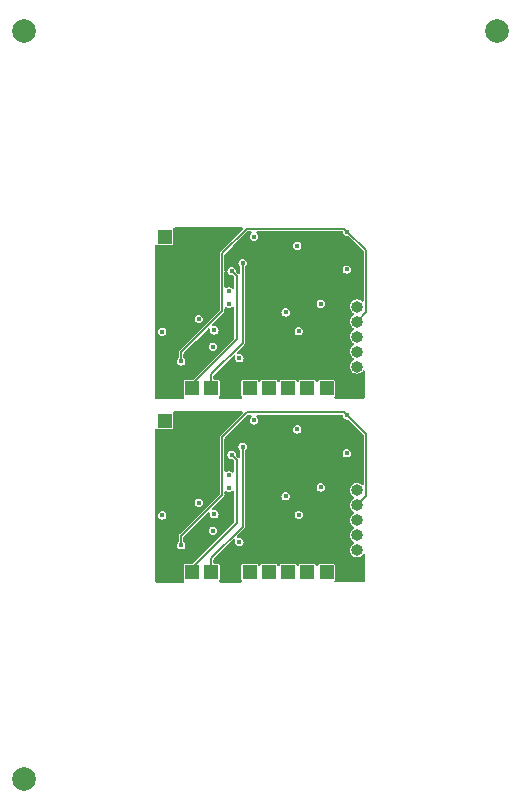
<source format=gbl>
G04 #@! TF.GenerationSoftware,KiCad,Pcbnew,7.0.2-6a45011f42~172~ubuntu22.04.1*
G04 #@! TF.CreationDate,2023-05-25T04:58:00+08:00*
G04 #@! TF.ProjectId,panel_2_1,70616e65-6c5f-4325-9f31-2e6b69636164,rev?*
G04 #@! TF.SameCoordinates,Original*
G04 #@! TF.FileFunction,Copper,L4,Bot*
G04 #@! TF.FilePolarity,Positive*
%FSLAX46Y46*%
G04 Gerber Fmt 4.6, Leading zero omitted, Abs format (unit mm)*
G04 Created by KiCad (PCBNEW 7.0.2-6a45011f42~172~ubuntu22.04.1) date 2023-05-25 04:58:00*
%MOMM*%
%LPD*%
G01*
G04 APERTURE LIST*
G04 #@! TA.AperFunction,ComponentPad*
%ADD10R,1.200000X1.200000*%
G04 #@! TD*
G04 #@! TA.AperFunction,ComponentPad*
%ADD11O,1.000000X1.000000*%
G04 #@! TD*
G04 #@! TA.AperFunction,SMDPad,CuDef*
%ADD12C,2.000000*%
G04 #@! TD*
G04 #@! TA.AperFunction,ViaPad*
%ADD13C,0.450000*%
G04 #@! TD*
G04 #@! TA.AperFunction,Conductor*
%ADD14C,0.200000*%
G04 #@! TD*
G04 APERTURE END LIST*
D10*
G04 #@! TO.P,J1,1,Pin_1*
G04 #@! TO.N,Board_1-NS_CPU*
X26925000Y-36320000D03*
G04 #@! TD*
G04 #@! TO.P,J1,1,Pin_1*
G04 #@! TO.N,Board_0-NS_CPU*
X26925000Y-20760000D03*
G04 #@! TD*
G04 #@! TO.P,J10,1,Pin_1*
G04 #@! TO.N,Board_1-+3V3*
X40595000Y-49150000D03*
G04 #@! TD*
G04 #@! TO.P,J2,1,Pin_1*
G04 #@! TO.N,Board_0-NS_RST*
X34085000Y-33590000D03*
G04 #@! TD*
G04 #@! TO.P,J3,1,Pin_1*
G04 #@! TO.N,Board_1-NS_CLK*
X35712500Y-49150000D03*
G04 #@! TD*
G04 #@! TO.P,J6,1,Pin_1*
G04 #@! TO.N,Board_0-NS_SDA*
X30835000Y-33590000D03*
G04 #@! TD*
G04 #@! TO.P,J4,1,Pin_1*
G04 #@! TO.N,Board_0-NS_CMD*
X37340000Y-33590000D03*
G04 #@! TD*
G04 #@! TO.P,J5,1,Pin_1*
G04 #@! TO.N,Board_1-NS_D0*
X38967500Y-49150000D03*
G04 #@! TD*
D11*
G04 #@! TO.P,J8,1,Pin_1*
G04 #@! TO.N,Board_1-RST*
X43159248Y-42218121D03*
G04 #@! TO.P,J8,2,Pin_2*
G04 #@! TO.N,Board_1-BOOT*
X43159248Y-43488121D03*
G04 #@! TO.P,J8,3,Pin_3*
G04 #@! TO.N,Board_1-D+*
X43159248Y-44758121D03*
G04 #@! TO.P,J8,4,Pin_4*
G04 #@! TO.N,Board_1-D-*
X43159248Y-46028121D03*
G04 #@! TO.P,J8,5,Pin_5*
G04 #@! TO.N,Board_1-+3V3*
X43159248Y-47298121D03*
G04 #@! TO.P,J8,6,Pin_6*
G04 #@! TO.N,Board_1-GND*
X43159248Y-48568121D03*
G04 #@! TD*
D10*
G04 #@! TO.P,J3,1,Pin_1*
G04 #@! TO.N,Board_0-NS_CLK*
X35712500Y-33590000D03*
G04 #@! TD*
G04 #@! TO.P,J5,1,Pin_1*
G04 #@! TO.N,Board_0-NS_D0*
X38967500Y-33590000D03*
G04 #@! TD*
D11*
G04 #@! TO.P,J8,1,Pin_1*
G04 #@! TO.N,Board_0-RST*
X43159248Y-26658121D03*
G04 #@! TO.P,J8,2,Pin_2*
G04 #@! TO.N,Board_0-BOOT*
X43159248Y-27928121D03*
G04 #@! TO.P,J8,3,Pin_3*
G04 #@! TO.N,Board_0-D+*
X43159248Y-29198121D03*
G04 #@! TO.P,J8,4,Pin_4*
G04 #@! TO.N,Board_0-D-*
X43159248Y-30468121D03*
G04 #@! TO.P,J8,5,Pin_5*
G04 #@! TO.N,Board_0-+3V3*
X43159248Y-31738121D03*
G04 #@! TO.P,J8,6,Pin_6*
G04 #@! TO.N,Board_0-GND*
X43159248Y-33008121D03*
G04 #@! TD*
D10*
G04 #@! TO.P,J7,1,Pin_1*
G04 #@! TO.N,Board_1-NS_SCL*
X29202500Y-49150000D03*
G04 #@! TD*
G04 #@! TO.P,J9,1,Pin_1*
G04 #@! TO.N,Board_0-GND*
X32457500Y-33590000D03*
G04 #@! TD*
G04 #@! TO.P,J9,1,Pin_1*
G04 #@! TO.N,Board_1-GND*
X32457500Y-49150000D03*
G04 #@! TD*
G04 #@! TO.P,J6,1,Pin_1*
G04 #@! TO.N,Board_1-NS_SDA*
X30835000Y-49150000D03*
G04 #@! TD*
G04 #@! TO.P,J4,1,Pin_1*
G04 #@! TO.N,Board_1-NS_CMD*
X37340000Y-49150000D03*
G04 #@! TD*
G04 #@! TO.P,J7,1,Pin_1*
G04 #@! TO.N,Board_0-NS_SCL*
X29202500Y-33590000D03*
G04 #@! TD*
G04 #@! TO.P,J10,1,Pin_1*
G04 #@! TO.N,Board_0-+3V3*
X40595000Y-33590000D03*
G04 #@! TD*
G04 #@! TO.P,J2,1,Pin_1*
G04 #@! TO.N,Board_1-NS_RST*
X34085000Y-49150000D03*
G04 #@! TD*
D12*
G04 #@! TO.P,REF\u002A\u002A,*
G04 #@! TO.N,*
X55000000Y-3350000D03*
G04 #@! TD*
G04 #@! TO.P,REF\u002A\u002A,*
G04 #@! TO.N,*
X15000000Y-3350000D03*
G04 #@! TD*
G04 #@! TO.P,REF\u002A\u002A,*
G04 #@! TO.N,*
X15000000Y-66650000D03*
G04 #@! TD*
D13*
G04 #@! TO.N,Board_0-+1V1*
X37135000Y-27155000D03*
X29785000Y-27710000D03*
X32345000Y-26435000D03*
G04 #@! TO.N,Board_0-+3V3*
X40105000Y-26410000D03*
X42305000Y-23520000D03*
X38250000Y-28740000D03*
X33225000Y-31030000D03*
X26675000Y-28780000D03*
X30975000Y-30070000D03*
X32335000Y-25380000D03*
X38115000Y-21500000D03*
X34450000Y-20740000D03*
G04 #@! TO.N,Board_0-BOOT*
X42365000Y-20310000D03*
X28285000Y-31310000D03*
G04 #@! TO.N,Board_0-GND*
X41435000Y-22200000D03*
X31215000Y-21860000D03*
X36245000Y-27640000D03*
G04 #@! TO.N,Board_0-NS_SCL*
X32555000Y-23650000D03*
G04 #@! TO.N,Board_0-NS_SDA*
X33495000Y-22970000D03*
G04 #@! TO.N,Board_0-RST*
X31095000Y-28680000D03*
G04 #@! TO.N,Board_1-+1V1*
X32345000Y-41995000D03*
X29785000Y-43270000D03*
X37135000Y-42715000D03*
G04 #@! TO.N,Board_1-+3V3*
X33225000Y-46590000D03*
X30975000Y-45630000D03*
X38250000Y-44300000D03*
X38115000Y-37060000D03*
X40105000Y-41970000D03*
X42305000Y-39080000D03*
X26675000Y-44340000D03*
X32335000Y-40940000D03*
X34450000Y-36300000D03*
G04 #@! TO.N,Board_1-BOOT*
X42365000Y-35870000D03*
X28285000Y-46870000D03*
G04 #@! TO.N,Board_1-GND*
X36245000Y-43200000D03*
X31215000Y-37420000D03*
X41435000Y-37760000D03*
G04 #@! TO.N,Board_1-NS_SCL*
X32555000Y-39210000D03*
G04 #@! TO.N,Board_1-NS_SDA*
X33495000Y-38530000D03*
G04 #@! TO.N,Board_1-RST*
X31095000Y-44240000D03*
G04 #@! TD*
D14*
G04 #@! TO.N,Board_0-BOOT*
X43959248Y-27128121D02*
X43959248Y-21904248D01*
X28285000Y-31310000D02*
X28285000Y-30510000D01*
X43959248Y-21904248D02*
X42365000Y-20310000D01*
X43159248Y-27928121D02*
X43959248Y-27128121D01*
X28285000Y-30510000D02*
X31765000Y-27030000D01*
X31765000Y-27030000D02*
X31765000Y-22150000D01*
X33855000Y-20060000D02*
X42115000Y-20060000D01*
X31765000Y-22150000D02*
X33855000Y-20060000D01*
X42115000Y-20060000D02*
X42365000Y-20310000D01*
G04 #@! TO.N,Board_0-NS_SCL*
X32575000Y-23650000D02*
X32975000Y-24050000D01*
X32975000Y-24050000D02*
X32975000Y-29420000D01*
X29202500Y-33192500D02*
X29202500Y-33590000D01*
X32975000Y-29420000D02*
X29202500Y-33192500D01*
X32555000Y-23650000D02*
X32575000Y-23650000D01*
G04 #@! TO.N,Board_0-NS_SDA*
X33495000Y-29730000D02*
X30835000Y-32390000D01*
X30835000Y-32390000D02*
X30835000Y-33590000D01*
X33495000Y-22970000D02*
X33495000Y-29730000D01*
G04 #@! TO.N,Board_1-BOOT*
X43959248Y-42688121D02*
X43959248Y-37464248D01*
X43959248Y-37464248D02*
X42365000Y-35870000D01*
X31765000Y-42590000D02*
X31765000Y-37710000D01*
X42115000Y-35620000D02*
X42365000Y-35870000D01*
X33855000Y-35620000D02*
X42115000Y-35620000D01*
X31765000Y-37710000D02*
X33855000Y-35620000D01*
X28285000Y-46870000D02*
X28285000Y-46070000D01*
X43159248Y-43488121D02*
X43959248Y-42688121D01*
X28285000Y-46070000D02*
X31765000Y-42590000D01*
G04 #@! TO.N,Board_1-NS_SCL*
X32975000Y-39610000D02*
X32975000Y-44980000D01*
X29202500Y-48752500D02*
X29202500Y-49150000D01*
X32555000Y-39210000D02*
X32575000Y-39210000D01*
X32975000Y-44980000D02*
X29202500Y-48752500D01*
X32575000Y-39210000D02*
X32975000Y-39610000D01*
G04 #@! TO.N,Board_1-NS_SDA*
X30835000Y-47950000D02*
X30835000Y-49150000D01*
X33495000Y-45290000D02*
X30835000Y-47950000D01*
X33495000Y-38530000D02*
X33495000Y-45290000D01*
G04 #@! TD*
G04 #@! TA.AperFunction,Conductor*
G04 #@! TO.N,Board_0-GND*
G36*
X33468230Y-19962555D02*
G01*
X33514813Y-20016133D01*
X33525036Y-20086390D01*
X33495651Y-20151020D01*
X33489383Y-20157763D01*
X31668965Y-21978181D01*
X31647779Y-21993215D01*
X31627958Y-22018069D01*
X31618556Y-22028590D01*
X31615984Y-22031161D01*
X31614051Y-22034239D01*
X31605882Y-22045752D01*
X31586063Y-22070605D01*
X31582332Y-22079614D01*
X31578772Y-22111198D01*
X31576410Y-22125104D01*
X31575600Y-22128655D01*
X31575600Y-22132286D01*
X31574808Y-22146393D01*
X31571249Y-22177980D01*
X31575600Y-22203588D01*
X31575600Y-26899357D01*
X31555598Y-26967478D01*
X31538695Y-26988452D01*
X28188965Y-30338181D01*
X28167779Y-30353215D01*
X28147958Y-30378069D01*
X28138556Y-30388590D01*
X28135984Y-30391161D01*
X28134051Y-30394239D01*
X28125882Y-30405752D01*
X28106063Y-30430605D01*
X28102332Y-30439614D01*
X28098772Y-30471198D01*
X28096410Y-30485104D01*
X28095600Y-30488655D01*
X28095600Y-30492286D01*
X28094808Y-30506393D01*
X28091249Y-30537980D01*
X28095600Y-30563588D01*
X28095600Y-30951526D01*
X28075598Y-31019647D01*
X28058696Y-31040621D01*
X27997905Y-31101412D01*
X27947500Y-31200338D01*
X27930130Y-31309999D01*
X27947500Y-31419661D01*
X27997906Y-31518589D01*
X28076410Y-31597093D01*
X28076412Y-31597094D01*
X28076413Y-31597095D01*
X28175339Y-31647500D01*
X28285000Y-31664869D01*
X28394661Y-31647500D01*
X28493587Y-31597095D01*
X28572095Y-31518587D01*
X28622500Y-31419661D01*
X28639869Y-31310000D01*
X28639843Y-31309839D01*
X28628558Y-31238587D01*
X28622500Y-31200339D01*
X28572095Y-31101413D01*
X28572094Y-31101412D01*
X28572093Y-31101410D01*
X28511305Y-31040622D01*
X28477279Y-30978310D01*
X28474400Y-30951527D01*
X28474400Y-30640641D01*
X28494402Y-30572520D01*
X28511305Y-30551546D01*
X28992852Y-30069999D01*
X30620130Y-30069999D01*
X30637500Y-30179661D01*
X30687906Y-30278589D01*
X30766410Y-30357093D01*
X30766412Y-30357094D01*
X30766413Y-30357095D01*
X30865339Y-30407500D01*
X30975000Y-30424869D01*
X31084661Y-30407500D01*
X31183587Y-30357095D01*
X31262095Y-30278587D01*
X31312500Y-30179661D01*
X31329869Y-30070000D01*
X31312500Y-29960339D01*
X31262095Y-29861413D01*
X31262094Y-29861412D01*
X31262093Y-29861410D01*
X31183589Y-29782906D01*
X31084661Y-29732500D01*
X30975000Y-29715130D01*
X30865338Y-29732500D01*
X30766410Y-29782906D01*
X30687906Y-29861410D01*
X30637500Y-29960338D01*
X30620130Y-30069999D01*
X28992852Y-30069999D01*
X29518749Y-29544102D01*
X30533162Y-28529688D01*
X30595472Y-28495665D01*
X30666287Y-28500729D01*
X30723123Y-28543276D01*
X30747934Y-28609796D01*
X30746704Y-28638495D01*
X30740130Y-28679998D01*
X30757500Y-28789661D01*
X30807906Y-28888589D01*
X30886410Y-28967093D01*
X30886412Y-28967094D01*
X30886413Y-28967095D01*
X30985339Y-29017500D01*
X31095000Y-29034869D01*
X31204661Y-29017500D01*
X31303587Y-28967095D01*
X31382095Y-28888587D01*
X31432500Y-28789661D01*
X31449869Y-28680000D01*
X31432500Y-28570339D01*
X31382095Y-28471413D01*
X31382094Y-28471412D01*
X31382093Y-28471410D01*
X31303589Y-28392906D01*
X31204661Y-28342500D01*
X31094998Y-28325130D01*
X31053495Y-28331704D01*
X30983084Y-28322604D01*
X30928770Y-28276882D01*
X30907798Y-28209053D01*
X30926826Y-28140654D01*
X30944686Y-28118164D01*
X31861031Y-27201819D01*
X31882216Y-27186788D01*
X31886123Y-27181888D01*
X31886126Y-27181887D01*
X31902038Y-27161933D01*
X31911450Y-27151401D01*
X31914016Y-27148836D01*
X31915944Y-27145766D01*
X31924125Y-27134237D01*
X31943944Y-27109386D01*
X31947665Y-27100401D01*
X31948367Y-27094166D01*
X31948369Y-27094164D01*
X31951227Y-27068796D01*
X31953591Y-27054884D01*
X31954400Y-27051341D01*
X31954400Y-27047713D01*
X31955192Y-27033605D01*
X31958049Y-27008249D01*
X31958048Y-27008247D01*
X31958750Y-27002020D01*
X31954400Y-26976412D01*
X31954400Y-26834968D01*
X31974402Y-26766847D01*
X32028058Y-26720354D01*
X32098332Y-26710250D01*
X32137601Y-26722700D01*
X32235339Y-26772500D01*
X32327629Y-26787117D01*
X32344999Y-26789869D01*
X32344999Y-26789868D01*
X32345000Y-26789869D01*
X32454661Y-26772500D01*
X32553587Y-26722095D01*
X32556918Y-26718764D01*
X32570505Y-26705178D01*
X32632817Y-26671152D01*
X32703632Y-26676217D01*
X32760468Y-26718764D01*
X32785279Y-26785284D01*
X32785600Y-26794273D01*
X32785600Y-29289357D01*
X32765598Y-29357478D01*
X32748695Y-29378452D01*
X29274551Y-32852595D01*
X29212239Y-32886621D01*
X29185456Y-32889500D01*
X28592602Y-32889500D01*
X28563287Y-32895331D01*
X28530043Y-32917543D01*
X28507830Y-32950787D01*
X28502000Y-32980100D01*
X28502000Y-34199897D01*
X28506671Y-34223382D01*
X28507831Y-34229213D01*
X28530043Y-34262457D01*
X28530044Y-34262457D01*
X28538429Y-34275007D01*
X28559643Y-34342760D01*
X28540859Y-34411227D01*
X28488041Y-34458670D01*
X28433875Y-34471008D01*
X26191342Y-34474787D01*
X26123188Y-34454900D01*
X26076605Y-34401322D01*
X26065130Y-34348659D01*
X26070855Y-28806987D01*
X26078054Y-28782561D01*
X26075694Y-28777191D01*
X26319010Y-28777191D01*
X26321304Y-28787407D01*
X26337500Y-28889661D01*
X26387906Y-28988589D01*
X26466410Y-29067093D01*
X26466412Y-29067094D01*
X26466413Y-29067095D01*
X26565339Y-29117500D01*
X26657629Y-29132117D01*
X26674999Y-29134869D01*
X26674999Y-29134868D01*
X26675000Y-29134869D01*
X26784661Y-29117500D01*
X26883587Y-29067095D01*
X26962095Y-28988587D01*
X27012500Y-28889661D01*
X27029869Y-28780000D01*
X27029413Y-28777124D01*
X27023533Y-28739999D01*
X27012500Y-28670339D01*
X26962095Y-28571413D01*
X26962094Y-28571412D01*
X26962093Y-28571410D01*
X26883589Y-28492906D01*
X26784661Y-28442500D01*
X26675000Y-28425130D01*
X26565338Y-28442500D01*
X26466410Y-28492906D01*
X26387906Y-28571410D01*
X26337500Y-28670338D01*
X26321360Y-28772236D01*
X26319010Y-28777191D01*
X26075694Y-28777191D01*
X26071950Y-28768672D01*
X26070911Y-28752406D01*
X26071988Y-27709999D01*
X29430130Y-27709999D01*
X29447500Y-27819661D01*
X29497906Y-27918589D01*
X29576410Y-27997093D01*
X29576412Y-27997094D01*
X29576413Y-27997095D01*
X29675339Y-28047500D01*
X29785000Y-28064869D01*
X29894661Y-28047500D01*
X29993587Y-27997095D01*
X30072095Y-27918587D01*
X30122500Y-27819661D01*
X30139869Y-27710000D01*
X30122500Y-27600339D01*
X30072095Y-27501413D01*
X30072094Y-27501412D01*
X30072093Y-27501410D01*
X29993589Y-27422906D01*
X29894661Y-27372500D01*
X29785000Y-27355130D01*
X29675338Y-27372500D01*
X29576410Y-27422906D01*
X29497906Y-27501410D01*
X29447500Y-27600338D01*
X29430130Y-27709999D01*
X26071988Y-27709999D01*
X26078350Y-21551662D01*
X26098422Y-21483564D01*
X26152126Y-21437126D01*
X26222411Y-21427095D01*
X26274350Y-21447027D01*
X26285787Y-21454669D01*
X26315101Y-21460500D01*
X27534898Y-21460499D01*
X27564213Y-21454669D01*
X27597457Y-21432457D01*
X27619669Y-21399213D01*
X27625500Y-21369899D01*
X27625499Y-20150102D01*
X27619669Y-20120787D01*
X27619668Y-20120786D01*
X27616088Y-20102781D01*
X27622419Y-20032067D01*
X27665975Y-19976001D01*
X27732929Y-19952384D01*
X27739427Y-19952204D01*
X33400081Y-19942669D01*
X33468230Y-19962555D01*
G37*
G04 #@! TD.AperFunction*
G04 #@! TA.AperFunction,Conductor*
G36*
X34208848Y-20269402D02*
G01*
X34255341Y-20323058D01*
X34265445Y-20393332D01*
X34235951Y-20457912D01*
X34229822Y-20464495D01*
X34162906Y-20531410D01*
X34112500Y-20630338D01*
X34095130Y-20739999D01*
X34112500Y-20849661D01*
X34162906Y-20948589D01*
X34241410Y-21027093D01*
X34241412Y-21027094D01*
X34241413Y-21027095D01*
X34340339Y-21077500D01*
X34450000Y-21094869D01*
X34559661Y-21077500D01*
X34658587Y-21027095D01*
X34737095Y-20948587D01*
X34787500Y-20849661D01*
X34804869Y-20740000D01*
X34787500Y-20630339D01*
X34737095Y-20531413D01*
X34737094Y-20531412D01*
X34737093Y-20531410D01*
X34670178Y-20464495D01*
X34636152Y-20402183D01*
X34641217Y-20331368D01*
X34683764Y-20274532D01*
X34750284Y-20249721D01*
X34759273Y-20249400D01*
X41892919Y-20249400D01*
X41961040Y-20269402D01*
X42007533Y-20323058D01*
X42017368Y-20355689D01*
X42027500Y-20419661D01*
X42077906Y-20518589D01*
X42156410Y-20597093D01*
X42156412Y-20597094D01*
X42156413Y-20597095D01*
X42255339Y-20647500D01*
X42365000Y-20664869D01*
X42365001Y-20664868D01*
X42365002Y-20664869D01*
X42376709Y-20663015D01*
X42447120Y-20672113D01*
X42485516Y-20698368D01*
X43732943Y-21945795D01*
X43766969Y-22008107D01*
X43769848Y-22034890D01*
X43769848Y-26114234D01*
X43749846Y-26182355D01*
X43696190Y-26228848D01*
X43625916Y-26238952D01*
X43567144Y-26214196D01*
X43462090Y-26133585D01*
X43316009Y-26073076D01*
X43159248Y-26052439D01*
X43002486Y-26073076D01*
X42856405Y-26133585D01*
X42730965Y-26229838D01*
X42634712Y-26355278D01*
X42574203Y-26501359D01*
X42553566Y-26658121D01*
X42574203Y-26814882D01*
X42634712Y-26960963D01*
X42730965Y-27086403D01*
X42869567Y-27192756D01*
X42866662Y-27196541D01*
X42897358Y-27221295D01*
X42919756Y-27288666D01*
X42902175Y-27357452D01*
X42867016Y-27390162D01*
X42869567Y-27393486D01*
X42730965Y-27499838D01*
X42634712Y-27625278D01*
X42574203Y-27771359D01*
X42553566Y-27928121D01*
X42574203Y-28084882D01*
X42634712Y-28230963D01*
X42730965Y-28356403D01*
X42869567Y-28462756D01*
X42866660Y-28466543D01*
X42897295Y-28491203D01*
X42919752Y-28558555D01*
X42902232Y-28627355D01*
X42867023Y-28660171D01*
X42869567Y-28663486D01*
X42730965Y-28769838D01*
X42634712Y-28895278D01*
X42574203Y-29041359D01*
X42553566Y-29198121D01*
X42574203Y-29354882D01*
X42634712Y-29500963D01*
X42730965Y-29626403D01*
X42869567Y-29732756D01*
X42866662Y-29736541D01*
X42897358Y-29761295D01*
X42919756Y-29828666D01*
X42902175Y-29897452D01*
X42867016Y-29930162D01*
X42869567Y-29933486D01*
X42730965Y-30039838D01*
X42634712Y-30165278D01*
X42574203Y-30311359D01*
X42553566Y-30468120D01*
X42574203Y-30624882D01*
X42634712Y-30770963D01*
X42730965Y-30896403D01*
X42869567Y-31002756D01*
X42866660Y-31006543D01*
X42897295Y-31031203D01*
X42919752Y-31098555D01*
X42902232Y-31167355D01*
X42867023Y-31200171D01*
X42869567Y-31203486D01*
X42730965Y-31309838D01*
X42634712Y-31435278D01*
X42574203Y-31581359D01*
X42553566Y-31738121D01*
X42574203Y-31894882D01*
X42634712Y-32040963D01*
X42730965Y-32166403D01*
X42856405Y-32262656D01*
X42856406Y-32262656D01*
X42856407Y-32262657D01*
X43002486Y-32323165D01*
X43159248Y-32343803D01*
X43316010Y-32323165D01*
X43462089Y-32262657D01*
X43587530Y-32166403D01*
X43647178Y-32088666D01*
X43704514Y-32046802D01*
X43775385Y-32042580D01*
X43837288Y-32077344D01*
X43870569Y-32140056D01*
X43873139Y-32165547D01*
X43870173Y-34319385D01*
X43850077Y-34387478D01*
X43796357Y-34433897D01*
X43744385Y-34445211D01*
X41378621Y-34449197D01*
X41310467Y-34429310D01*
X41263884Y-34375732D01*
X41253661Y-34305475D01*
X41273643Y-34253197D01*
X41289669Y-34229213D01*
X41295500Y-34199899D01*
X41295499Y-32980102D01*
X41289669Y-32950787D01*
X41267457Y-32917543D01*
X41234213Y-32895331D01*
X41234212Y-32895330D01*
X41204899Y-32889500D01*
X39985102Y-32889500D01*
X39955787Y-32895331D01*
X39922543Y-32917543D01*
X39886407Y-32971626D01*
X39883212Y-32969491D01*
X39871907Y-32991095D01*
X39810206Y-33026217D01*
X39739312Y-33022405D01*
X39681733Y-32980870D01*
X39677182Y-32970900D01*
X39676094Y-32971628D01*
X39662169Y-32950787D01*
X39639957Y-32917543D01*
X39606713Y-32895331D01*
X39606712Y-32895330D01*
X39577399Y-32889500D01*
X38357602Y-32889500D01*
X38328287Y-32895331D01*
X38295043Y-32917543D01*
X38258907Y-32971626D01*
X38255712Y-32969491D01*
X38244407Y-32991095D01*
X38182706Y-33026217D01*
X38111812Y-33022405D01*
X38054233Y-32980870D01*
X38049682Y-32970900D01*
X38048594Y-32971628D01*
X38034669Y-32950787D01*
X38012457Y-32917543D01*
X37979213Y-32895331D01*
X37979212Y-32895330D01*
X37949899Y-32889500D01*
X36730102Y-32889500D01*
X36700787Y-32895331D01*
X36667543Y-32917543D01*
X36631407Y-32971626D01*
X36628212Y-32969491D01*
X36616907Y-32991095D01*
X36555206Y-33026217D01*
X36484312Y-33022405D01*
X36426733Y-32980870D01*
X36422182Y-32970900D01*
X36421094Y-32971628D01*
X36407169Y-32950787D01*
X36384957Y-32917543D01*
X36351713Y-32895331D01*
X36351712Y-32895330D01*
X36322399Y-32889500D01*
X35102602Y-32889500D01*
X35073287Y-32895331D01*
X35040043Y-32917543D01*
X35003907Y-32971626D01*
X35000712Y-32969491D01*
X34989407Y-32991095D01*
X34927706Y-33026217D01*
X34856812Y-33022405D01*
X34799233Y-32980870D01*
X34794682Y-32970900D01*
X34793594Y-32971628D01*
X34779669Y-32950787D01*
X34757457Y-32917543D01*
X34724213Y-32895331D01*
X34724212Y-32895330D01*
X34694899Y-32889500D01*
X33475102Y-32889500D01*
X33445787Y-32895331D01*
X33412543Y-32917543D01*
X33390330Y-32950787D01*
X33384500Y-32980100D01*
X33384500Y-34199897D01*
X33389171Y-34223381D01*
X33390331Y-34229213D01*
X33406354Y-34253194D01*
X33415439Y-34266791D01*
X33436652Y-34334544D01*
X33417868Y-34403011D01*
X33365049Y-34450453D01*
X33310884Y-34462791D01*
X31607621Y-34465661D01*
X31539467Y-34445774D01*
X31492884Y-34392196D01*
X31482661Y-34321940D01*
X31502644Y-34269659D01*
X31507455Y-34262458D01*
X31507457Y-34262457D01*
X31529669Y-34229213D01*
X31535500Y-34199899D01*
X31535499Y-32980102D01*
X31529669Y-32950787D01*
X31507457Y-32917543D01*
X31474213Y-32895331D01*
X31474212Y-32895330D01*
X31444900Y-32889500D01*
X31444899Y-32889500D01*
X31150400Y-32889500D01*
X31082279Y-32869498D01*
X31035786Y-32815842D01*
X31024400Y-32763500D01*
X31024400Y-32520640D01*
X31044402Y-32452519D01*
X31061300Y-32431550D01*
X32672572Y-30820278D01*
X32734882Y-30786254D01*
X32805697Y-30791319D01*
X32862533Y-30833866D01*
X32887344Y-30900386D01*
X32886114Y-30929086D01*
X32870130Y-31029999D01*
X32887500Y-31139661D01*
X32937906Y-31238589D01*
X33016410Y-31317093D01*
X33016412Y-31317094D01*
X33016413Y-31317095D01*
X33115339Y-31367500D01*
X33225000Y-31384869D01*
X33334661Y-31367500D01*
X33433587Y-31317095D01*
X33512095Y-31238587D01*
X33562500Y-31139661D01*
X33579869Y-31030000D01*
X33562500Y-30920339D01*
X33512095Y-30821413D01*
X33512094Y-30821412D01*
X33512093Y-30821410D01*
X33433589Y-30742906D01*
X33334661Y-30692500D01*
X33224999Y-30675130D01*
X33124086Y-30691114D01*
X33053675Y-30682014D01*
X32999361Y-30636292D01*
X32978388Y-30568464D01*
X32997415Y-30500065D01*
X33015276Y-30477574D01*
X33591031Y-29901819D01*
X33612216Y-29886788D01*
X33616123Y-29881888D01*
X33616126Y-29881887D01*
X33632038Y-29861933D01*
X33641450Y-29851401D01*
X33644016Y-29848836D01*
X33645944Y-29845766D01*
X33654125Y-29834237D01*
X33673944Y-29809386D01*
X33677665Y-29800401D01*
X33678367Y-29794166D01*
X33678369Y-29794164D01*
X33681227Y-29768796D01*
X33683591Y-29754884D01*
X33684400Y-29751341D01*
X33684400Y-29747713D01*
X33685192Y-29733605D01*
X33685288Y-29732756D01*
X33688049Y-29708249D01*
X33688048Y-29708247D01*
X33688750Y-29702020D01*
X33684400Y-29676412D01*
X33684400Y-28739999D01*
X37895130Y-28739999D01*
X37912500Y-28849661D01*
X37962906Y-28948589D01*
X38041410Y-29027093D01*
X38041412Y-29027094D01*
X38041413Y-29027095D01*
X38140339Y-29077500D01*
X38250000Y-29094869D01*
X38359661Y-29077500D01*
X38458587Y-29027095D01*
X38537095Y-28948587D01*
X38587500Y-28849661D01*
X38604869Y-28740000D01*
X38587500Y-28630339D01*
X38537095Y-28531413D01*
X38537094Y-28531412D01*
X38537093Y-28531410D01*
X38458589Y-28452906D01*
X38359661Y-28402500D01*
X38250000Y-28385130D01*
X38140338Y-28402500D01*
X38041410Y-28452906D01*
X37962906Y-28531410D01*
X37912500Y-28630338D01*
X37895130Y-28739999D01*
X33684400Y-28739999D01*
X33684400Y-27155000D01*
X36780130Y-27155000D01*
X36797500Y-27264661D01*
X36847906Y-27363589D01*
X36926410Y-27442093D01*
X36926412Y-27442094D01*
X36926413Y-27442095D01*
X37025339Y-27492500D01*
X37135000Y-27509869D01*
X37244661Y-27492500D01*
X37343587Y-27442095D01*
X37422095Y-27363587D01*
X37472500Y-27264661D01*
X37489869Y-27155000D01*
X37472500Y-27045339D01*
X37422095Y-26946413D01*
X37422094Y-26946412D01*
X37422093Y-26946410D01*
X37343589Y-26867906D01*
X37244661Y-26817500D01*
X37135000Y-26800130D01*
X37025338Y-26817500D01*
X36926410Y-26867906D01*
X36847906Y-26946410D01*
X36797500Y-27045338D01*
X36780130Y-27155000D01*
X33684400Y-27155000D01*
X33684400Y-26410000D01*
X39750130Y-26410000D01*
X39767500Y-26519661D01*
X39817906Y-26618589D01*
X39896410Y-26697093D01*
X39896412Y-26697094D01*
X39896413Y-26697095D01*
X39995339Y-26747500D01*
X40087629Y-26762117D01*
X40104999Y-26764869D01*
X40104999Y-26764868D01*
X40105000Y-26764869D01*
X40214661Y-26747500D01*
X40313587Y-26697095D01*
X40392095Y-26618587D01*
X40442500Y-26519661D01*
X40459869Y-26410000D01*
X40442500Y-26300339D01*
X40392095Y-26201413D01*
X40392094Y-26201412D01*
X40392093Y-26201410D01*
X40313589Y-26122906D01*
X40214661Y-26072500D01*
X40104999Y-26055130D01*
X39995338Y-26072500D01*
X39896410Y-26122906D01*
X39817906Y-26201410D01*
X39767500Y-26300338D01*
X39750130Y-26410000D01*
X33684400Y-26410000D01*
X33684400Y-23520000D01*
X41950130Y-23520000D01*
X41967500Y-23629661D01*
X42017906Y-23728589D01*
X42096410Y-23807093D01*
X42096412Y-23807094D01*
X42096413Y-23807095D01*
X42195339Y-23857500D01*
X42305000Y-23874869D01*
X42414661Y-23857500D01*
X42513587Y-23807095D01*
X42592095Y-23728587D01*
X42642500Y-23629661D01*
X42659869Y-23520000D01*
X42642500Y-23410339D01*
X42592095Y-23311413D01*
X42592094Y-23311412D01*
X42592093Y-23311410D01*
X42513589Y-23232906D01*
X42414661Y-23182500D01*
X42305000Y-23165130D01*
X42195338Y-23182500D01*
X42096410Y-23232906D01*
X42017906Y-23311410D01*
X41967500Y-23410338D01*
X41950130Y-23520000D01*
X33684400Y-23520000D01*
X33684400Y-23328473D01*
X33704402Y-23260352D01*
X33721305Y-23239378D01*
X33782093Y-23178589D01*
X33782095Y-23178587D01*
X33832500Y-23079661D01*
X33849869Y-22970000D01*
X33832500Y-22860339D01*
X33782095Y-22761413D01*
X33782094Y-22761412D01*
X33782093Y-22761410D01*
X33703589Y-22682906D01*
X33604661Y-22632500D01*
X33495000Y-22615130D01*
X33385338Y-22632500D01*
X33286410Y-22682906D01*
X33207906Y-22761410D01*
X33157500Y-22860338D01*
X33140130Y-22969999D01*
X33157500Y-23079661D01*
X33207906Y-23178589D01*
X33268695Y-23239378D01*
X33302721Y-23301690D01*
X33305600Y-23328473D01*
X33305600Y-23800697D01*
X33285598Y-23868818D01*
X33231942Y-23915311D01*
X33161668Y-23925415D01*
X33123326Y-23907904D01*
X33122033Y-23910590D01*
X33105452Y-23902604D01*
X33071032Y-23878180D01*
X32946102Y-23753250D01*
X32912076Y-23690938D01*
X32911137Y-23658006D01*
X32909617Y-23648412D01*
X32892500Y-23540339D01*
X32842095Y-23441413D01*
X32842094Y-23441412D01*
X32842093Y-23441410D01*
X32763589Y-23362906D01*
X32664661Y-23312500D01*
X32554999Y-23295130D01*
X32445338Y-23312500D01*
X32346410Y-23362906D01*
X32267906Y-23441410D01*
X32217500Y-23540338D01*
X32204849Y-23620212D01*
X32191394Y-23648593D01*
X32201296Y-23664000D01*
X32204849Y-23679787D01*
X32217500Y-23759661D01*
X32267906Y-23858589D01*
X32346410Y-23937093D01*
X32346412Y-23937094D01*
X32346413Y-23937095D01*
X32445339Y-23987500D01*
X32555000Y-24004869D01*
X32555000Y-24004868D01*
X32555001Y-24004869D01*
X32583973Y-24000280D01*
X32654384Y-24009378D01*
X32692781Y-24035633D01*
X32748695Y-24091547D01*
X32782721Y-24153859D01*
X32785600Y-24180642D01*
X32785600Y-25030726D01*
X32765598Y-25098847D01*
X32711942Y-25145340D01*
X32641668Y-25155444D01*
X32577088Y-25125950D01*
X32570506Y-25119823D01*
X32543587Y-25092905D01*
X32444661Y-25042500D01*
X32335000Y-25025130D01*
X32225336Y-25042500D01*
X32137602Y-25087203D01*
X32067825Y-25100307D01*
X32002041Y-25073606D01*
X31961135Y-25015579D01*
X31954400Y-24974936D01*
X31954400Y-23699498D01*
X31969400Y-23648412D01*
X31955439Y-23616649D01*
X31954400Y-23600501D01*
X31954400Y-22280642D01*
X31974402Y-22212521D01*
X31991305Y-22191547D01*
X32682852Y-21500000D01*
X37760130Y-21500000D01*
X37777500Y-21609661D01*
X37827906Y-21708589D01*
X37906410Y-21787093D01*
X37906412Y-21787094D01*
X37906413Y-21787095D01*
X38005339Y-21837500D01*
X38097629Y-21852117D01*
X38114999Y-21854869D01*
X38114999Y-21854868D01*
X38115000Y-21854869D01*
X38224661Y-21837500D01*
X38323587Y-21787095D01*
X38402095Y-21708587D01*
X38452500Y-21609661D01*
X38469869Y-21500000D01*
X38452500Y-21390339D01*
X38402095Y-21291413D01*
X38402094Y-21291412D01*
X38402093Y-21291410D01*
X38323589Y-21212906D01*
X38224661Y-21162500D01*
X38115000Y-21145130D01*
X38005338Y-21162500D01*
X37906410Y-21212906D01*
X37827906Y-21291410D01*
X37777500Y-21390338D01*
X37760130Y-21500000D01*
X32682852Y-21500000D01*
X33896547Y-20286305D01*
X33958859Y-20252279D01*
X33985642Y-20249400D01*
X34140727Y-20249400D01*
X34208848Y-20269402D01*
G37*
G04 #@! TD.AperFunction*
G04 #@! TD*
G04 #@! TA.AperFunction,Conductor*
G04 #@! TO.N,Board_1-GND*
G36*
X33468230Y-35522555D02*
G01*
X33514813Y-35576133D01*
X33525036Y-35646390D01*
X33495651Y-35711020D01*
X33489383Y-35717763D01*
X31668965Y-37538181D01*
X31647779Y-37553215D01*
X31627958Y-37578069D01*
X31618556Y-37588590D01*
X31615984Y-37591161D01*
X31614051Y-37594239D01*
X31605882Y-37605752D01*
X31586063Y-37630605D01*
X31582332Y-37639614D01*
X31578772Y-37671198D01*
X31576410Y-37685104D01*
X31575600Y-37688655D01*
X31575600Y-37692286D01*
X31574808Y-37706393D01*
X31571249Y-37737980D01*
X31575600Y-37763588D01*
X31575600Y-42459357D01*
X31555598Y-42527478D01*
X31538695Y-42548452D01*
X28188965Y-45898181D01*
X28167779Y-45913215D01*
X28147958Y-45938069D01*
X28138556Y-45948590D01*
X28135984Y-45951161D01*
X28134051Y-45954239D01*
X28125882Y-45965752D01*
X28106063Y-45990605D01*
X28102332Y-45999614D01*
X28098772Y-46031198D01*
X28096410Y-46045104D01*
X28095600Y-46048655D01*
X28095600Y-46052286D01*
X28094808Y-46066393D01*
X28091249Y-46097980D01*
X28095600Y-46123588D01*
X28095600Y-46511526D01*
X28075598Y-46579647D01*
X28058696Y-46600621D01*
X27997905Y-46661412D01*
X27947500Y-46760338D01*
X27930130Y-46869999D01*
X27947500Y-46979661D01*
X27997906Y-47078589D01*
X28076410Y-47157093D01*
X28076412Y-47157094D01*
X28076413Y-47157095D01*
X28175339Y-47207500D01*
X28285000Y-47224869D01*
X28394661Y-47207500D01*
X28493587Y-47157095D01*
X28572095Y-47078587D01*
X28622500Y-46979661D01*
X28639869Y-46870000D01*
X28639843Y-46869839D01*
X28628558Y-46798587D01*
X28622500Y-46760339D01*
X28572095Y-46661413D01*
X28572094Y-46661412D01*
X28572093Y-46661410D01*
X28511305Y-46600622D01*
X28477279Y-46538310D01*
X28474400Y-46511527D01*
X28474400Y-46200641D01*
X28494402Y-46132520D01*
X28511305Y-46111546D01*
X28992852Y-45629999D01*
X30620130Y-45629999D01*
X30637500Y-45739661D01*
X30687906Y-45838589D01*
X30766410Y-45917093D01*
X30766412Y-45917094D01*
X30766413Y-45917095D01*
X30865339Y-45967500D01*
X30975000Y-45984869D01*
X31084661Y-45967500D01*
X31183587Y-45917095D01*
X31262095Y-45838587D01*
X31312500Y-45739661D01*
X31329869Y-45630000D01*
X31312500Y-45520339D01*
X31262095Y-45421413D01*
X31262094Y-45421412D01*
X31262093Y-45421410D01*
X31183589Y-45342906D01*
X31084661Y-45292500D01*
X30975000Y-45275130D01*
X30865338Y-45292500D01*
X30766410Y-45342906D01*
X30687906Y-45421410D01*
X30637500Y-45520338D01*
X30620130Y-45629999D01*
X28992852Y-45629999D01*
X29518749Y-45104102D01*
X30533162Y-44089688D01*
X30595472Y-44055665D01*
X30666287Y-44060729D01*
X30723123Y-44103276D01*
X30747934Y-44169796D01*
X30746704Y-44198495D01*
X30740130Y-44239998D01*
X30757500Y-44349661D01*
X30807906Y-44448589D01*
X30886410Y-44527093D01*
X30886412Y-44527094D01*
X30886413Y-44527095D01*
X30985339Y-44577500D01*
X31095000Y-44594869D01*
X31204661Y-44577500D01*
X31303587Y-44527095D01*
X31382095Y-44448587D01*
X31432500Y-44349661D01*
X31449869Y-44240000D01*
X31432500Y-44130339D01*
X31382095Y-44031413D01*
X31382094Y-44031412D01*
X31382093Y-44031410D01*
X31303589Y-43952906D01*
X31204661Y-43902500D01*
X31094998Y-43885130D01*
X31053495Y-43891704D01*
X30983084Y-43882604D01*
X30928770Y-43836882D01*
X30907798Y-43769053D01*
X30926826Y-43700654D01*
X30944686Y-43678164D01*
X31861031Y-42761819D01*
X31882216Y-42746788D01*
X31886123Y-42741888D01*
X31886126Y-42741887D01*
X31902038Y-42721933D01*
X31911450Y-42711401D01*
X31914016Y-42708836D01*
X31915944Y-42705766D01*
X31924125Y-42694237D01*
X31943944Y-42669386D01*
X31947665Y-42660401D01*
X31948367Y-42654166D01*
X31948369Y-42654164D01*
X31951227Y-42628796D01*
X31953591Y-42614884D01*
X31954400Y-42611341D01*
X31954400Y-42607713D01*
X31955192Y-42593605D01*
X31958049Y-42568249D01*
X31958048Y-42568247D01*
X31958750Y-42562020D01*
X31954400Y-42536412D01*
X31954400Y-42394968D01*
X31974402Y-42326847D01*
X32028058Y-42280354D01*
X32098332Y-42270250D01*
X32137601Y-42282700D01*
X32235339Y-42332500D01*
X32327629Y-42347117D01*
X32344999Y-42349869D01*
X32344999Y-42349868D01*
X32345000Y-42349869D01*
X32454661Y-42332500D01*
X32553587Y-42282095D01*
X32556918Y-42278764D01*
X32570505Y-42265178D01*
X32632817Y-42231152D01*
X32703632Y-42236217D01*
X32760468Y-42278764D01*
X32785279Y-42345284D01*
X32785600Y-42354273D01*
X32785600Y-44849357D01*
X32765598Y-44917478D01*
X32748695Y-44938452D01*
X29274551Y-48412595D01*
X29212239Y-48446621D01*
X29185456Y-48449500D01*
X28592602Y-48449500D01*
X28563287Y-48455331D01*
X28530043Y-48477543D01*
X28507830Y-48510787D01*
X28502000Y-48540100D01*
X28502000Y-49759897D01*
X28506671Y-49783382D01*
X28507831Y-49789213D01*
X28530043Y-49822457D01*
X28530044Y-49822457D01*
X28538429Y-49835007D01*
X28559643Y-49902760D01*
X28540859Y-49971227D01*
X28488041Y-50018670D01*
X28433875Y-50031008D01*
X26191342Y-50034787D01*
X26123188Y-50014900D01*
X26076605Y-49961322D01*
X26065130Y-49908659D01*
X26070855Y-44366987D01*
X26078054Y-44342561D01*
X26075694Y-44337191D01*
X26319010Y-44337191D01*
X26321304Y-44347407D01*
X26337500Y-44449661D01*
X26387906Y-44548589D01*
X26466410Y-44627093D01*
X26466412Y-44627094D01*
X26466413Y-44627095D01*
X26565339Y-44677500D01*
X26657629Y-44692117D01*
X26674999Y-44694869D01*
X26674999Y-44694868D01*
X26675000Y-44694869D01*
X26784661Y-44677500D01*
X26883587Y-44627095D01*
X26962095Y-44548587D01*
X27012500Y-44449661D01*
X27029869Y-44340000D01*
X27029413Y-44337124D01*
X27023533Y-44299999D01*
X27012500Y-44230339D01*
X26962095Y-44131413D01*
X26962094Y-44131412D01*
X26962093Y-44131410D01*
X26883589Y-44052906D01*
X26784661Y-44002500D01*
X26675000Y-43985130D01*
X26565338Y-44002500D01*
X26466410Y-44052906D01*
X26387906Y-44131410D01*
X26337500Y-44230338D01*
X26321360Y-44332236D01*
X26319010Y-44337191D01*
X26075694Y-44337191D01*
X26071950Y-44328672D01*
X26070911Y-44312406D01*
X26071988Y-43269999D01*
X29430130Y-43269999D01*
X29447500Y-43379661D01*
X29497906Y-43478589D01*
X29576410Y-43557093D01*
X29576412Y-43557094D01*
X29576413Y-43557095D01*
X29675339Y-43607500D01*
X29785000Y-43624869D01*
X29894661Y-43607500D01*
X29993587Y-43557095D01*
X30072095Y-43478587D01*
X30122500Y-43379661D01*
X30139869Y-43270000D01*
X30122500Y-43160339D01*
X30072095Y-43061413D01*
X30072094Y-43061412D01*
X30072093Y-43061410D01*
X29993589Y-42982906D01*
X29894661Y-42932500D01*
X29785000Y-42915130D01*
X29675338Y-42932500D01*
X29576410Y-42982906D01*
X29497906Y-43061410D01*
X29447500Y-43160338D01*
X29430130Y-43269999D01*
X26071988Y-43269999D01*
X26078350Y-37111662D01*
X26098422Y-37043564D01*
X26152126Y-36997126D01*
X26222411Y-36987095D01*
X26274350Y-37007027D01*
X26285787Y-37014669D01*
X26315101Y-37020500D01*
X27534898Y-37020499D01*
X27564213Y-37014669D01*
X27597457Y-36992457D01*
X27619669Y-36959213D01*
X27625500Y-36929899D01*
X27625499Y-35710102D01*
X27619669Y-35680787D01*
X27619668Y-35680786D01*
X27616088Y-35662781D01*
X27622419Y-35592067D01*
X27665975Y-35536001D01*
X27732929Y-35512384D01*
X27739427Y-35512204D01*
X33400081Y-35502669D01*
X33468230Y-35522555D01*
G37*
G04 #@! TD.AperFunction*
G04 #@! TA.AperFunction,Conductor*
G36*
X34208848Y-35829402D02*
G01*
X34255341Y-35883058D01*
X34265445Y-35953332D01*
X34235951Y-36017912D01*
X34229822Y-36024495D01*
X34162906Y-36091410D01*
X34112500Y-36190338D01*
X34095130Y-36299999D01*
X34112500Y-36409661D01*
X34162906Y-36508589D01*
X34241410Y-36587093D01*
X34241412Y-36587094D01*
X34241413Y-36587095D01*
X34340339Y-36637500D01*
X34450000Y-36654869D01*
X34559661Y-36637500D01*
X34658587Y-36587095D01*
X34737095Y-36508587D01*
X34787500Y-36409661D01*
X34804869Y-36300000D01*
X34787500Y-36190339D01*
X34737095Y-36091413D01*
X34737094Y-36091412D01*
X34737093Y-36091410D01*
X34670178Y-36024495D01*
X34636152Y-35962183D01*
X34641217Y-35891368D01*
X34683764Y-35834532D01*
X34750284Y-35809721D01*
X34759273Y-35809400D01*
X41892919Y-35809400D01*
X41961040Y-35829402D01*
X42007533Y-35883058D01*
X42017368Y-35915689D01*
X42027500Y-35979661D01*
X42077906Y-36078589D01*
X42156410Y-36157093D01*
X42156412Y-36157094D01*
X42156413Y-36157095D01*
X42255339Y-36207500D01*
X42365000Y-36224869D01*
X42365001Y-36224868D01*
X42365002Y-36224869D01*
X42376709Y-36223015D01*
X42447120Y-36232113D01*
X42485516Y-36258368D01*
X43732943Y-37505795D01*
X43766969Y-37568107D01*
X43769848Y-37594890D01*
X43769848Y-41674234D01*
X43749846Y-41742355D01*
X43696190Y-41788848D01*
X43625916Y-41798952D01*
X43567144Y-41774196D01*
X43462090Y-41693585D01*
X43316009Y-41633076D01*
X43159248Y-41612439D01*
X43002486Y-41633076D01*
X42856405Y-41693585D01*
X42730965Y-41789838D01*
X42634712Y-41915278D01*
X42574203Y-42061359D01*
X42553566Y-42218121D01*
X42574203Y-42374882D01*
X42634712Y-42520963D01*
X42730965Y-42646403D01*
X42869567Y-42752756D01*
X42866662Y-42756541D01*
X42897358Y-42781295D01*
X42919756Y-42848666D01*
X42902175Y-42917452D01*
X42867016Y-42950162D01*
X42869567Y-42953486D01*
X42730965Y-43059838D01*
X42634712Y-43185278D01*
X42574203Y-43331359D01*
X42553566Y-43488121D01*
X42574203Y-43644882D01*
X42634712Y-43790963D01*
X42730965Y-43916403D01*
X42869567Y-44022756D01*
X42866660Y-44026543D01*
X42897295Y-44051203D01*
X42919752Y-44118555D01*
X42902232Y-44187355D01*
X42867023Y-44220171D01*
X42869567Y-44223486D01*
X42730965Y-44329838D01*
X42634712Y-44455278D01*
X42574203Y-44601359D01*
X42553566Y-44758121D01*
X42574203Y-44914882D01*
X42634712Y-45060963D01*
X42730965Y-45186403D01*
X42869567Y-45292756D01*
X42866662Y-45296541D01*
X42897358Y-45321295D01*
X42919756Y-45388666D01*
X42902175Y-45457452D01*
X42867016Y-45490162D01*
X42869567Y-45493486D01*
X42730965Y-45599838D01*
X42634712Y-45725278D01*
X42574203Y-45871359D01*
X42553566Y-46028120D01*
X42574203Y-46184882D01*
X42634712Y-46330963D01*
X42730965Y-46456403D01*
X42869567Y-46562756D01*
X42866660Y-46566543D01*
X42897295Y-46591203D01*
X42919752Y-46658555D01*
X42902232Y-46727355D01*
X42867023Y-46760171D01*
X42869567Y-46763486D01*
X42730965Y-46869838D01*
X42634712Y-46995278D01*
X42574203Y-47141359D01*
X42553566Y-47298121D01*
X42574203Y-47454882D01*
X42634712Y-47600963D01*
X42730965Y-47726403D01*
X42856405Y-47822656D01*
X42856406Y-47822656D01*
X42856407Y-47822657D01*
X43002486Y-47883165D01*
X43159248Y-47903803D01*
X43316010Y-47883165D01*
X43462089Y-47822657D01*
X43587530Y-47726403D01*
X43647178Y-47648666D01*
X43704514Y-47606802D01*
X43775385Y-47602580D01*
X43837288Y-47637344D01*
X43870569Y-47700056D01*
X43873139Y-47725547D01*
X43870173Y-49879385D01*
X43850077Y-49947478D01*
X43796357Y-49993897D01*
X43744385Y-50005211D01*
X41378621Y-50009197D01*
X41310467Y-49989310D01*
X41263884Y-49935732D01*
X41253661Y-49865475D01*
X41273643Y-49813197D01*
X41289669Y-49789213D01*
X41295500Y-49759899D01*
X41295499Y-48540102D01*
X41289669Y-48510787D01*
X41267457Y-48477543D01*
X41234213Y-48455331D01*
X41234212Y-48455330D01*
X41204899Y-48449500D01*
X39985102Y-48449500D01*
X39955787Y-48455331D01*
X39922543Y-48477543D01*
X39886407Y-48531626D01*
X39883212Y-48529491D01*
X39871907Y-48551095D01*
X39810206Y-48586217D01*
X39739312Y-48582405D01*
X39681733Y-48540870D01*
X39677182Y-48530900D01*
X39676094Y-48531628D01*
X39662169Y-48510787D01*
X39639957Y-48477543D01*
X39606713Y-48455331D01*
X39606712Y-48455330D01*
X39577399Y-48449500D01*
X38357602Y-48449500D01*
X38328287Y-48455331D01*
X38295043Y-48477543D01*
X38258907Y-48531626D01*
X38255712Y-48529491D01*
X38244407Y-48551095D01*
X38182706Y-48586217D01*
X38111812Y-48582405D01*
X38054233Y-48540870D01*
X38049682Y-48530900D01*
X38048594Y-48531628D01*
X38034669Y-48510787D01*
X38012457Y-48477543D01*
X37979213Y-48455331D01*
X37979212Y-48455330D01*
X37949899Y-48449500D01*
X36730102Y-48449500D01*
X36700787Y-48455331D01*
X36667543Y-48477543D01*
X36631407Y-48531626D01*
X36628212Y-48529491D01*
X36616907Y-48551095D01*
X36555206Y-48586217D01*
X36484312Y-48582405D01*
X36426733Y-48540870D01*
X36422182Y-48530900D01*
X36421094Y-48531628D01*
X36407169Y-48510787D01*
X36384957Y-48477543D01*
X36351713Y-48455331D01*
X36351712Y-48455330D01*
X36322399Y-48449500D01*
X35102602Y-48449500D01*
X35073287Y-48455331D01*
X35040043Y-48477543D01*
X35003907Y-48531626D01*
X35000712Y-48529491D01*
X34989407Y-48551095D01*
X34927706Y-48586217D01*
X34856812Y-48582405D01*
X34799233Y-48540870D01*
X34794682Y-48530900D01*
X34793594Y-48531628D01*
X34779669Y-48510787D01*
X34757457Y-48477543D01*
X34724213Y-48455331D01*
X34724212Y-48455330D01*
X34694899Y-48449500D01*
X33475102Y-48449500D01*
X33445787Y-48455331D01*
X33412543Y-48477543D01*
X33390330Y-48510787D01*
X33384500Y-48540100D01*
X33384500Y-49759897D01*
X33389171Y-49783381D01*
X33390331Y-49789213D01*
X33406354Y-49813194D01*
X33415439Y-49826791D01*
X33436652Y-49894544D01*
X33417868Y-49963011D01*
X33365049Y-50010453D01*
X33310884Y-50022791D01*
X31607621Y-50025661D01*
X31539467Y-50005774D01*
X31492884Y-49952196D01*
X31482661Y-49881940D01*
X31502644Y-49829659D01*
X31507455Y-49822458D01*
X31507457Y-49822457D01*
X31529669Y-49789213D01*
X31535500Y-49759899D01*
X31535499Y-48540102D01*
X31529669Y-48510787D01*
X31507457Y-48477543D01*
X31474213Y-48455331D01*
X31474212Y-48455330D01*
X31444900Y-48449500D01*
X31444899Y-48449500D01*
X31150400Y-48449500D01*
X31082279Y-48429498D01*
X31035786Y-48375842D01*
X31024400Y-48323500D01*
X31024400Y-48080640D01*
X31044402Y-48012519D01*
X31061300Y-47991550D01*
X32672572Y-46380278D01*
X32734882Y-46346254D01*
X32805697Y-46351319D01*
X32862533Y-46393866D01*
X32887344Y-46460386D01*
X32886114Y-46489086D01*
X32870130Y-46589999D01*
X32887500Y-46699661D01*
X32937906Y-46798589D01*
X33016410Y-46877093D01*
X33016412Y-46877094D01*
X33016413Y-46877095D01*
X33115339Y-46927500D01*
X33225000Y-46944869D01*
X33334661Y-46927500D01*
X33433587Y-46877095D01*
X33512095Y-46798587D01*
X33562500Y-46699661D01*
X33579869Y-46590000D01*
X33562500Y-46480339D01*
X33512095Y-46381413D01*
X33512094Y-46381412D01*
X33512093Y-46381410D01*
X33433589Y-46302906D01*
X33334661Y-46252500D01*
X33224999Y-46235130D01*
X33124086Y-46251114D01*
X33053675Y-46242014D01*
X32999361Y-46196292D01*
X32978388Y-46128464D01*
X32997415Y-46060065D01*
X33015276Y-46037574D01*
X33591031Y-45461819D01*
X33612216Y-45446788D01*
X33616123Y-45441888D01*
X33616126Y-45441887D01*
X33632038Y-45421933D01*
X33641450Y-45411401D01*
X33644016Y-45408836D01*
X33645944Y-45405766D01*
X33654125Y-45394237D01*
X33673944Y-45369386D01*
X33677665Y-45360401D01*
X33678367Y-45354166D01*
X33678369Y-45354164D01*
X33681227Y-45328796D01*
X33683591Y-45314884D01*
X33684400Y-45311341D01*
X33684400Y-45307713D01*
X33685192Y-45293605D01*
X33685288Y-45292756D01*
X33688049Y-45268249D01*
X33688048Y-45268247D01*
X33688750Y-45262020D01*
X33684400Y-45236412D01*
X33684400Y-44299999D01*
X37895130Y-44299999D01*
X37912500Y-44409661D01*
X37962906Y-44508589D01*
X38041410Y-44587093D01*
X38041412Y-44587094D01*
X38041413Y-44587095D01*
X38140339Y-44637500D01*
X38250000Y-44654869D01*
X38359661Y-44637500D01*
X38458587Y-44587095D01*
X38537095Y-44508587D01*
X38587500Y-44409661D01*
X38604869Y-44300000D01*
X38587500Y-44190339D01*
X38537095Y-44091413D01*
X38537094Y-44091412D01*
X38537093Y-44091410D01*
X38458589Y-44012906D01*
X38359661Y-43962500D01*
X38250000Y-43945130D01*
X38140338Y-43962500D01*
X38041410Y-44012906D01*
X37962906Y-44091410D01*
X37912500Y-44190338D01*
X37895130Y-44299999D01*
X33684400Y-44299999D01*
X33684400Y-42715000D01*
X36780130Y-42715000D01*
X36797500Y-42824661D01*
X36847906Y-42923589D01*
X36926410Y-43002093D01*
X36926412Y-43002094D01*
X36926413Y-43002095D01*
X37025339Y-43052500D01*
X37135000Y-43069869D01*
X37244661Y-43052500D01*
X37343587Y-43002095D01*
X37422095Y-42923587D01*
X37472500Y-42824661D01*
X37489869Y-42715000D01*
X37472500Y-42605339D01*
X37422095Y-42506413D01*
X37422094Y-42506412D01*
X37422093Y-42506410D01*
X37343589Y-42427906D01*
X37244661Y-42377500D01*
X37135000Y-42360130D01*
X37025338Y-42377500D01*
X36926410Y-42427906D01*
X36847906Y-42506410D01*
X36797500Y-42605338D01*
X36780130Y-42715000D01*
X33684400Y-42715000D01*
X33684400Y-41970000D01*
X39750130Y-41970000D01*
X39767500Y-42079661D01*
X39817906Y-42178589D01*
X39896410Y-42257093D01*
X39896412Y-42257094D01*
X39896413Y-42257095D01*
X39995339Y-42307500D01*
X40087629Y-42322117D01*
X40104999Y-42324869D01*
X40104999Y-42324868D01*
X40105000Y-42324869D01*
X40214661Y-42307500D01*
X40313587Y-42257095D01*
X40392095Y-42178587D01*
X40442500Y-42079661D01*
X40459869Y-41970000D01*
X40442500Y-41860339D01*
X40392095Y-41761413D01*
X40392094Y-41761412D01*
X40392093Y-41761410D01*
X40313589Y-41682906D01*
X40214661Y-41632500D01*
X40104999Y-41615130D01*
X39995338Y-41632500D01*
X39896410Y-41682906D01*
X39817906Y-41761410D01*
X39767500Y-41860338D01*
X39750130Y-41970000D01*
X33684400Y-41970000D01*
X33684400Y-39080000D01*
X41950130Y-39080000D01*
X41967500Y-39189661D01*
X42017906Y-39288589D01*
X42096410Y-39367093D01*
X42096412Y-39367094D01*
X42096413Y-39367095D01*
X42195339Y-39417500D01*
X42305000Y-39434869D01*
X42414661Y-39417500D01*
X42513587Y-39367095D01*
X42592095Y-39288587D01*
X42642500Y-39189661D01*
X42659869Y-39080000D01*
X42642500Y-38970339D01*
X42592095Y-38871413D01*
X42592094Y-38871412D01*
X42592093Y-38871410D01*
X42513589Y-38792906D01*
X42414661Y-38742500D01*
X42305000Y-38725130D01*
X42195338Y-38742500D01*
X42096410Y-38792906D01*
X42017906Y-38871410D01*
X41967500Y-38970338D01*
X41950130Y-39080000D01*
X33684400Y-39080000D01*
X33684400Y-38888473D01*
X33704402Y-38820352D01*
X33721305Y-38799378D01*
X33782093Y-38738589D01*
X33782095Y-38738587D01*
X33832500Y-38639661D01*
X33849869Y-38530000D01*
X33832500Y-38420339D01*
X33782095Y-38321413D01*
X33782094Y-38321412D01*
X33782093Y-38321410D01*
X33703589Y-38242906D01*
X33604661Y-38192500D01*
X33495000Y-38175130D01*
X33385338Y-38192500D01*
X33286410Y-38242906D01*
X33207906Y-38321410D01*
X33157500Y-38420338D01*
X33140130Y-38529999D01*
X33157500Y-38639661D01*
X33207906Y-38738589D01*
X33268695Y-38799378D01*
X33302721Y-38861690D01*
X33305600Y-38888473D01*
X33305600Y-39360697D01*
X33285598Y-39428818D01*
X33231942Y-39475311D01*
X33161668Y-39485415D01*
X33123326Y-39467904D01*
X33122033Y-39470590D01*
X33105452Y-39462604D01*
X33071032Y-39438180D01*
X32946102Y-39313250D01*
X32912076Y-39250938D01*
X32911137Y-39218006D01*
X32909617Y-39208412D01*
X32892500Y-39100339D01*
X32842095Y-39001413D01*
X32842094Y-39001412D01*
X32842093Y-39001410D01*
X32763589Y-38922906D01*
X32664661Y-38872500D01*
X32554999Y-38855130D01*
X32445338Y-38872500D01*
X32346410Y-38922906D01*
X32267906Y-39001410D01*
X32217500Y-39100338D01*
X32204849Y-39180212D01*
X32191394Y-39208593D01*
X32201296Y-39224000D01*
X32204849Y-39239787D01*
X32217500Y-39319661D01*
X32267906Y-39418589D01*
X32346410Y-39497093D01*
X32346412Y-39497094D01*
X32346413Y-39497095D01*
X32445339Y-39547500D01*
X32555000Y-39564869D01*
X32555000Y-39564868D01*
X32555001Y-39564869D01*
X32583973Y-39560280D01*
X32654384Y-39569378D01*
X32692781Y-39595633D01*
X32748695Y-39651547D01*
X32782721Y-39713859D01*
X32785600Y-39740642D01*
X32785600Y-40590726D01*
X32765598Y-40658847D01*
X32711942Y-40705340D01*
X32641668Y-40715444D01*
X32577088Y-40685950D01*
X32570506Y-40679823D01*
X32543587Y-40652905D01*
X32444661Y-40602500D01*
X32335000Y-40585130D01*
X32225336Y-40602500D01*
X32137602Y-40647203D01*
X32067825Y-40660307D01*
X32002041Y-40633606D01*
X31961135Y-40575579D01*
X31954400Y-40534936D01*
X31954400Y-39259498D01*
X31969400Y-39208412D01*
X31955439Y-39176649D01*
X31954400Y-39160501D01*
X31954400Y-37840642D01*
X31974402Y-37772521D01*
X31991305Y-37751547D01*
X32682852Y-37060000D01*
X37760130Y-37060000D01*
X37777500Y-37169661D01*
X37827906Y-37268589D01*
X37906410Y-37347093D01*
X37906412Y-37347094D01*
X37906413Y-37347095D01*
X38005339Y-37397500D01*
X38097629Y-37412117D01*
X38114999Y-37414869D01*
X38114999Y-37414868D01*
X38115000Y-37414869D01*
X38224661Y-37397500D01*
X38323587Y-37347095D01*
X38402095Y-37268587D01*
X38452500Y-37169661D01*
X38469869Y-37060000D01*
X38452500Y-36950339D01*
X38402095Y-36851413D01*
X38402094Y-36851412D01*
X38402093Y-36851410D01*
X38323589Y-36772906D01*
X38224661Y-36722500D01*
X38115000Y-36705130D01*
X38005338Y-36722500D01*
X37906410Y-36772906D01*
X37827906Y-36851410D01*
X37777500Y-36950338D01*
X37760130Y-37060000D01*
X32682852Y-37060000D01*
X33896547Y-35846305D01*
X33958859Y-35812279D01*
X33985642Y-35809400D01*
X34140727Y-35809400D01*
X34208848Y-35829402D01*
G37*
G04 #@! TD.AperFunction*
G04 #@! TD*
M02*

</source>
